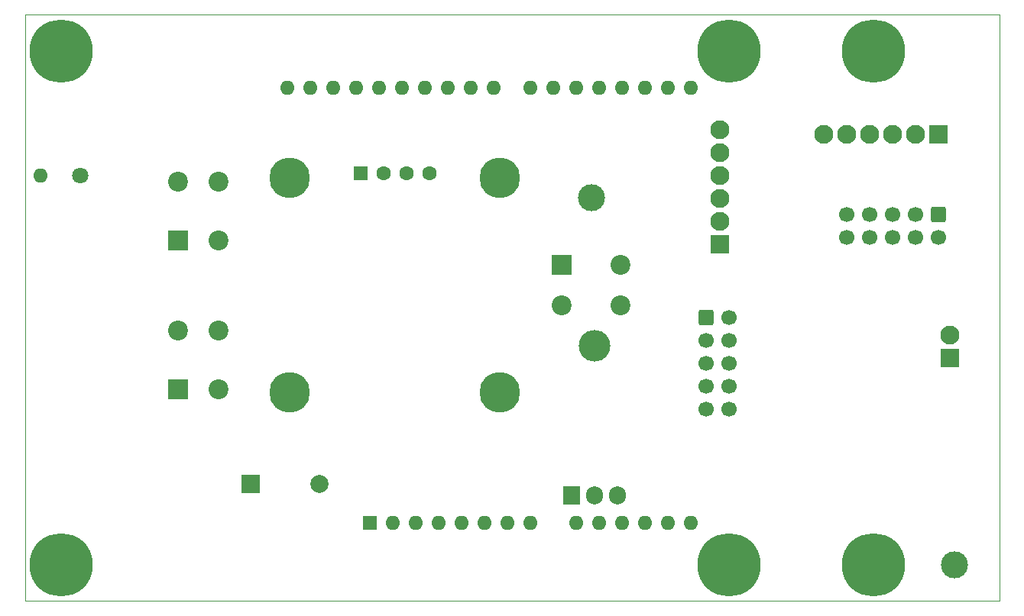
<source format=gbr>
%TF.GenerationSoftware,KiCad,Pcbnew,7.0.5*%
%TF.CreationDate,2024-03-02T19:22:21-05:00*%
%TF.ProjectId,moonratII,6d6f6f6e-7261-4744-9949-2e6b69636164,1.0*%
%TF.SameCoordinates,Original*%
%TF.FileFunction,Soldermask,Bot*%
%TF.FilePolarity,Negative*%
%FSLAX46Y46*%
G04 Gerber Fmt 4.6, Leading zero omitted, Abs format (unit mm)*
G04 Created by KiCad (PCBNEW 7.0.5) date 2024-03-02 19:22:21*
%MOMM*%
%LPD*%
G01*
G04 APERTURE LIST*
G04 Aperture macros list*
%AMRoundRect*
0 Rectangle with rounded corners*
0 $1 Rounding radius*
0 $2 $3 $4 $5 $6 $7 $8 $9 X,Y pos of 4 corners*
0 Add a 4 corners polygon primitive as box body*
4,1,4,$2,$3,$4,$5,$6,$7,$8,$9,$2,$3,0*
0 Add four circle primitives for the rounded corners*
1,1,$1+$1,$2,$3*
1,1,$1+$1,$4,$5*
1,1,$1+$1,$6,$7*
1,1,$1+$1,$8,$9*
0 Add four rect primitives between the rounded corners*
20,1,$1+$1,$2,$3,$4,$5,0*
20,1,$1+$1,$4,$5,$6,$7,0*
20,1,$1+$1,$6,$7,$8,$9,0*
20,1,$1+$1,$8,$9,$2,$3,0*%
G04 Aperture macros list end*
%ADD10C,0.800000*%
%ADD11C,7.000000*%
%ADD12C,3.000000*%
%ADD13R,2.200000X2.200000*%
%ADD14C,2.200000*%
%ADD15R,2.100000X2.100000*%
%ADD16C,2.100000*%
%ADD17RoundRect,0.250000X-0.600000X0.600000X-0.600000X-0.600000X0.600000X-0.600000X0.600000X0.600000X0*%
%ADD18C,1.700000*%
%ADD19O,1.600000X1.600000*%
%ADD20C,1.800000*%
%ADD21O,3.500000X3.500000*%
%ADD22R,1.905000X2.000000*%
%ADD23O,1.905000X2.000000*%
%ADD24R,2.000000X2.000000*%
%ADD25C,2.000000*%
%ADD26R,1.600000X1.600000*%
%ADD27C,1.600000*%
%ADD28C,4.500000*%
%ADD29RoundRect,0.250000X-0.600000X-0.600000X0.600000X-0.600000X0.600000X0.600000X-0.600000X0.600000X0*%
%TA.AperFunction,Profile*%
%ADD30C,0.100000*%
%TD*%
G04 APERTURE END LIST*
D10*
%TO.C,H2*%
X51375000Y-146000000D03*
X52143845Y-144143845D03*
X52143845Y-147856155D03*
X54000000Y-143375000D03*
D11*
X54000000Y-146000000D03*
D10*
X54000000Y-148625000D03*
X55856155Y-144143845D03*
X55856155Y-147856155D03*
X56625000Y-146000000D03*
%TD*%
D12*
%TO.C,TP2*%
X153000000Y-146000000D03*
%TD*%
D13*
%TO.C,SW1*%
X67000000Y-110000000D03*
D14*
X67000000Y-103500000D03*
X71500000Y-110000000D03*
X71500000Y-103500000D03*
%TD*%
D10*
%TO.C,H3*%
X125375000Y-146000000D03*
X126143845Y-144143845D03*
X126143845Y-147856155D03*
X128000000Y-143375000D03*
D11*
X128000000Y-146000000D03*
D10*
X128000000Y-148625000D03*
X129856155Y-144143845D03*
X129856155Y-147856155D03*
X130625000Y-146000000D03*
%TD*%
D15*
%TO.C,J9*%
X151250000Y-98250000D03*
D16*
X148710000Y-98250000D03*
X146170000Y-98250000D03*
X143630000Y-98250000D03*
X141090000Y-98250000D03*
X138550000Y-98250000D03*
%TD*%
D17*
%TO.C,J10*%
X151250000Y-107125000D03*
D18*
X151250000Y-109665000D03*
X148710000Y-107125000D03*
X148710000Y-109665000D03*
X146170000Y-107125000D03*
X146170000Y-109665000D03*
X143630000Y-107125000D03*
X143630000Y-109665000D03*
X141090000Y-107125000D03*
X141090000Y-109665000D03*
%TD*%
D19*
%TO.C,J1*%
X51750000Y-102800000D03*
D20*
X56150000Y-102800000D03*
%TD*%
D13*
%TO.C,SW3*%
X67000000Y-126500000D03*
D14*
X67000000Y-120000000D03*
X71500000Y-126500000D03*
X71500000Y-120000000D03*
%TD*%
D15*
%TO.C,J6*%
X127000000Y-110450000D03*
D16*
X127000000Y-107910000D03*
X127000000Y-105370000D03*
X127000000Y-102830000D03*
X127000000Y-100290000D03*
X127000000Y-97750000D03*
%TD*%
D12*
%TO.C,TP1*%
X112749993Y-105250005D03*
%TD*%
D15*
%TO.C,J11*%
X152500000Y-123099714D03*
D16*
X152500000Y-120559714D03*
%TD*%
D10*
%TO.C,H6*%
X141375000Y-146000000D03*
X142143845Y-144143845D03*
X142143845Y-147856155D03*
X144000000Y-143375000D03*
D11*
X144000000Y-146000000D03*
D10*
X144000000Y-148625000D03*
X145856155Y-144143845D03*
X145856155Y-147856155D03*
X146625000Y-146000000D03*
%TD*%
D21*
%TO.C,Q1*%
X113090000Y-121669714D03*
D22*
X110550000Y-138329714D03*
D23*
X113090000Y-138329714D03*
X115630000Y-138329714D03*
%TD*%
D10*
%TO.C,H4*%
X125375000Y-89000000D03*
X126143845Y-87143845D03*
X126143845Y-90856155D03*
X128000000Y-86375000D03*
D11*
X128000000Y-89000000D03*
D10*
X128000000Y-91625000D03*
X129856155Y-87143845D03*
X129856155Y-90856155D03*
X130625000Y-89000000D03*
%TD*%
%TO.C,H1*%
X51375000Y-89000000D03*
X52143845Y-87143845D03*
X52143845Y-90856155D03*
X54000000Y-86375000D03*
D11*
X54000000Y-89000000D03*
D10*
X54000000Y-91625000D03*
X55856155Y-87143845D03*
X55856155Y-90856155D03*
X56625000Y-89000000D03*
%TD*%
D24*
%TO.C,BZ1*%
X75000000Y-137000000D03*
D25*
X82620000Y-137000000D03*
%TD*%
D26*
%TO.C,J2*%
X87190000Y-102540000D03*
D27*
X89730000Y-102540000D03*
X92270000Y-102540000D03*
X94810000Y-102540000D03*
D28*
X79350000Y-103100000D03*
X102650000Y-103100000D03*
X79350000Y-126900000D03*
X102650000Y-126900000D03*
%TD*%
D13*
%TO.C,SW2*%
X109500000Y-112750000D03*
D14*
X116000000Y-112750000D03*
X109500000Y-117250000D03*
X116000000Y-117250000D03*
%TD*%
D10*
%TO.C,H5*%
X141375000Y-89000000D03*
X142143845Y-87143845D03*
X142143845Y-90856155D03*
X144000000Y-86375000D03*
D11*
X144000000Y-89000000D03*
D10*
X144000000Y-91625000D03*
X145856155Y-87143845D03*
X145856155Y-90856155D03*
X146625000Y-89000000D03*
%TD*%
D29*
%TO.C,J5*%
X125460000Y-118600000D03*
D18*
X128000000Y-118600000D03*
X125460000Y-121140000D03*
X128000000Y-121140000D03*
X125460000Y-123680000D03*
X128000000Y-123680000D03*
X125460000Y-126220000D03*
X128000000Y-126220000D03*
X125460000Y-128760000D03*
X128000000Y-128760000D03*
%TD*%
D26*
%TO.C,A1*%
X88225000Y-141330000D03*
D19*
X90765000Y-141330000D03*
X93305000Y-141330000D03*
X95845000Y-141330000D03*
X98385000Y-141330000D03*
X100925000Y-141330000D03*
X103465000Y-141330000D03*
X106005000Y-141330000D03*
X111085000Y-141330000D03*
X113625000Y-141330000D03*
X116165000Y-141330000D03*
X118705000Y-141330000D03*
X121245000Y-141330000D03*
X123785000Y-141330000D03*
X123785000Y-93070000D03*
X121245000Y-93070000D03*
X118705000Y-93070000D03*
X116165000Y-93070000D03*
X113625000Y-93070000D03*
X111085000Y-93070000D03*
X108545000Y-93070000D03*
X106005000Y-93070000D03*
X101945000Y-93070000D03*
X99405000Y-93070000D03*
X96865000Y-93070000D03*
X94325000Y-93070000D03*
X91785000Y-93070000D03*
X89245000Y-93070000D03*
X86705000Y-93070000D03*
X84165000Y-93070000D03*
X81625000Y-93070000D03*
X79085000Y-93070000D03*
%TD*%
D30*
X50000000Y-150000000D02*
X158000000Y-150000000D01*
X158000000Y-85000000D02*
X50000000Y-85000000D01*
X50000000Y-85000000D02*
X50000000Y-150000000D01*
X158000000Y-150000000D02*
X158000000Y-85000000D01*
M02*

</source>
